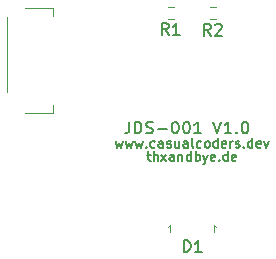
<source format=gbr>
%TF.GenerationSoftware,KiCad,Pcbnew,(6.0.8)*%
%TF.CreationDate,2022-10-30T13:45:45+01:00*%
%TF.ProjectId,001,3030312e-6b69-4636-9164-5f7063625858,rev?*%
%TF.SameCoordinates,Original*%
%TF.FileFunction,Legend,Top*%
%TF.FilePolarity,Positive*%
%FSLAX46Y46*%
G04 Gerber Fmt 4.6, Leading zero omitted, Abs format (unit mm)*
G04 Created by KiCad (PCBNEW (6.0.8)) date 2022-10-30 13:45:45*
%MOMM*%
%LPD*%
G01*
G04 APERTURE LIST*
%ADD10C,0.150000*%
%ADD11C,0.120000*%
G04 APERTURE END LIST*
D10*
X113462609Y-65338571D02*
X113614990Y-65871904D01*
X113767371Y-65490952D01*
X113919752Y-65871904D01*
X114072133Y-65338571D01*
X114300704Y-65338571D02*
X114453085Y-65871904D01*
X114605466Y-65490952D01*
X114757847Y-65871904D01*
X114910228Y-65338571D01*
X115138800Y-65338571D02*
X115291180Y-65871904D01*
X115443561Y-65490952D01*
X115595942Y-65871904D01*
X115748323Y-65338571D01*
X116053085Y-65795714D02*
X116091180Y-65833809D01*
X116053085Y-65871904D01*
X116014990Y-65833809D01*
X116053085Y-65795714D01*
X116053085Y-65871904D01*
X116776895Y-65833809D02*
X116700704Y-65871904D01*
X116548323Y-65871904D01*
X116472133Y-65833809D01*
X116434038Y-65795714D01*
X116395942Y-65719523D01*
X116395942Y-65490952D01*
X116434038Y-65414761D01*
X116472133Y-65376666D01*
X116548323Y-65338571D01*
X116700704Y-65338571D01*
X116776895Y-65376666D01*
X117462609Y-65871904D02*
X117462609Y-65452857D01*
X117424514Y-65376666D01*
X117348323Y-65338571D01*
X117195942Y-65338571D01*
X117119752Y-65376666D01*
X117462609Y-65833809D02*
X117386419Y-65871904D01*
X117195942Y-65871904D01*
X117119752Y-65833809D01*
X117081657Y-65757619D01*
X117081657Y-65681428D01*
X117119752Y-65605238D01*
X117195942Y-65567142D01*
X117386419Y-65567142D01*
X117462609Y-65529047D01*
X117805466Y-65833809D02*
X117881657Y-65871904D01*
X118034038Y-65871904D01*
X118110228Y-65833809D01*
X118148323Y-65757619D01*
X118148323Y-65719523D01*
X118110228Y-65643333D01*
X118034038Y-65605238D01*
X117919752Y-65605238D01*
X117843561Y-65567142D01*
X117805466Y-65490952D01*
X117805466Y-65452857D01*
X117843561Y-65376666D01*
X117919752Y-65338571D01*
X118034038Y-65338571D01*
X118110228Y-65376666D01*
X118834038Y-65338571D02*
X118834038Y-65871904D01*
X118491180Y-65338571D02*
X118491180Y-65757619D01*
X118529276Y-65833809D01*
X118605466Y-65871904D01*
X118719752Y-65871904D01*
X118795942Y-65833809D01*
X118834038Y-65795714D01*
X119557847Y-65871904D02*
X119557847Y-65452857D01*
X119519752Y-65376666D01*
X119443561Y-65338571D01*
X119291180Y-65338571D01*
X119214990Y-65376666D01*
X119557847Y-65833809D02*
X119481657Y-65871904D01*
X119291180Y-65871904D01*
X119214990Y-65833809D01*
X119176895Y-65757619D01*
X119176895Y-65681428D01*
X119214990Y-65605238D01*
X119291180Y-65567142D01*
X119481657Y-65567142D01*
X119557847Y-65529047D01*
X120053085Y-65871904D02*
X119976895Y-65833809D01*
X119938800Y-65757619D01*
X119938800Y-65071904D01*
X120700704Y-65833809D02*
X120624514Y-65871904D01*
X120472133Y-65871904D01*
X120395942Y-65833809D01*
X120357847Y-65795714D01*
X120319752Y-65719523D01*
X120319752Y-65490952D01*
X120357847Y-65414761D01*
X120395942Y-65376666D01*
X120472133Y-65338571D01*
X120624514Y-65338571D01*
X120700704Y-65376666D01*
X121157847Y-65871904D02*
X121081657Y-65833809D01*
X121043561Y-65795714D01*
X121005466Y-65719523D01*
X121005466Y-65490952D01*
X121043561Y-65414761D01*
X121081657Y-65376666D01*
X121157847Y-65338571D01*
X121272133Y-65338571D01*
X121348323Y-65376666D01*
X121386419Y-65414761D01*
X121424514Y-65490952D01*
X121424514Y-65719523D01*
X121386419Y-65795714D01*
X121348323Y-65833809D01*
X121272133Y-65871904D01*
X121157847Y-65871904D01*
X122110228Y-65871904D02*
X122110228Y-65071904D01*
X122110228Y-65833809D02*
X122034038Y-65871904D01*
X121881657Y-65871904D01*
X121805466Y-65833809D01*
X121767371Y-65795714D01*
X121729276Y-65719523D01*
X121729276Y-65490952D01*
X121767371Y-65414761D01*
X121805466Y-65376666D01*
X121881657Y-65338571D01*
X122034038Y-65338571D01*
X122110228Y-65376666D01*
X122795942Y-65833809D02*
X122719752Y-65871904D01*
X122567371Y-65871904D01*
X122491180Y-65833809D01*
X122453085Y-65757619D01*
X122453085Y-65452857D01*
X122491180Y-65376666D01*
X122567371Y-65338571D01*
X122719752Y-65338571D01*
X122795942Y-65376666D01*
X122834038Y-65452857D01*
X122834038Y-65529047D01*
X122453085Y-65605238D01*
X123176895Y-65871904D02*
X123176895Y-65338571D01*
X123176895Y-65490952D02*
X123214990Y-65414761D01*
X123253085Y-65376666D01*
X123329276Y-65338571D01*
X123405466Y-65338571D01*
X123634038Y-65833809D02*
X123710228Y-65871904D01*
X123862609Y-65871904D01*
X123938800Y-65833809D01*
X123976895Y-65757619D01*
X123976895Y-65719523D01*
X123938800Y-65643333D01*
X123862609Y-65605238D01*
X123748323Y-65605238D01*
X123672133Y-65567142D01*
X123634038Y-65490952D01*
X123634038Y-65452857D01*
X123672133Y-65376666D01*
X123748323Y-65338571D01*
X123862609Y-65338571D01*
X123938800Y-65376666D01*
X124319752Y-65795714D02*
X124357847Y-65833809D01*
X124319752Y-65871904D01*
X124281657Y-65833809D01*
X124319752Y-65795714D01*
X124319752Y-65871904D01*
X125043561Y-65871904D02*
X125043561Y-65071904D01*
X125043561Y-65833809D02*
X124967371Y-65871904D01*
X124814990Y-65871904D01*
X124738800Y-65833809D01*
X124700704Y-65795714D01*
X124662609Y-65719523D01*
X124662609Y-65490952D01*
X124700704Y-65414761D01*
X124738800Y-65376666D01*
X124814990Y-65338571D01*
X124967371Y-65338571D01*
X125043561Y-65376666D01*
X125729276Y-65833809D02*
X125653085Y-65871904D01*
X125500704Y-65871904D01*
X125424514Y-65833809D01*
X125386419Y-65757619D01*
X125386419Y-65452857D01*
X125424514Y-65376666D01*
X125500704Y-65338571D01*
X125653085Y-65338571D01*
X125729276Y-65376666D01*
X125767371Y-65452857D01*
X125767371Y-65529047D01*
X125386419Y-65605238D01*
X126034038Y-65338571D02*
X126224514Y-65871904D01*
X126414990Y-65338571D01*
X114599047Y-63662380D02*
X114599047Y-64376666D01*
X114551428Y-64519523D01*
X114456190Y-64614761D01*
X114313333Y-64662380D01*
X114218095Y-64662380D01*
X115075238Y-64662380D02*
X115075238Y-63662380D01*
X115313333Y-63662380D01*
X115456190Y-63710000D01*
X115551428Y-63805238D01*
X115599047Y-63900476D01*
X115646666Y-64090952D01*
X115646666Y-64233809D01*
X115599047Y-64424285D01*
X115551428Y-64519523D01*
X115456190Y-64614761D01*
X115313333Y-64662380D01*
X115075238Y-64662380D01*
X116027619Y-64614761D02*
X116170476Y-64662380D01*
X116408571Y-64662380D01*
X116503809Y-64614761D01*
X116551428Y-64567142D01*
X116599047Y-64471904D01*
X116599047Y-64376666D01*
X116551428Y-64281428D01*
X116503809Y-64233809D01*
X116408571Y-64186190D01*
X116218095Y-64138571D01*
X116122857Y-64090952D01*
X116075238Y-64043333D01*
X116027619Y-63948095D01*
X116027619Y-63852857D01*
X116075238Y-63757619D01*
X116122857Y-63710000D01*
X116218095Y-63662380D01*
X116456190Y-63662380D01*
X116599047Y-63710000D01*
X117027619Y-64281428D02*
X117789523Y-64281428D01*
X118456190Y-63662380D02*
X118551428Y-63662380D01*
X118646666Y-63710000D01*
X118694285Y-63757619D01*
X118741904Y-63852857D01*
X118789523Y-64043333D01*
X118789523Y-64281428D01*
X118741904Y-64471904D01*
X118694285Y-64567142D01*
X118646666Y-64614761D01*
X118551428Y-64662380D01*
X118456190Y-64662380D01*
X118360952Y-64614761D01*
X118313333Y-64567142D01*
X118265714Y-64471904D01*
X118218095Y-64281428D01*
X118218095Y-64043333D01*
X118265714Y-63852857D01*
X118313333Y-63757619D01*
X118360952Y-63710000D01*
X118456190Y-63662380D01*
X119408571Y-63662380D02*
X119503809Y-63662380D01*
X119599047Y-63710000D01*
X119646666Y-63757619D01*
X119694285Y-63852857D01*
X119741904Y-64043333D01*
X119741904Y-64281428D01*
X119694285Y-64471904D01*
X119646666Y-64567142D01*
X119599047Y-64614761D01*
X119503809Y-64662380D01*
X119408571Y-64662380D01*
X119313333Y-64614761D01*
X119265714Y-64567142D01*
X119218095Y-64471904D01*
X119170476Y-64281428D01*
X119170476Y-64043333D01*
X119218095Y-63852857D01*
X119265714Y-63757619D01*
X119313333Y-63710000D01*
X119408571Y-63662380D01*
X120694285Y-64662380D02*
X120122857Y-64662380D01*
X120408571Y-64662380D02*
X120408571Y-63662380D01*
X120313333Y-63805238D01*
X120218095Y-63900476D01*
X120122857Y-63948095D01*
X121741904Y-63662380D02*
X122075238Y-64662380D01*
X122408571Y-63662380D01*
X123265714Y-64662380D02*
X122694285Y-64662380D01*
X122980000Y-64662380D02*
X122980000Y-63662380D01*
X122884761Y-63805238D01*
X122789523Y-63900476D01*
X122694285Y-63948095D01*
X123694285Y-64567142D02*
X123741904Y-64614761D01*
X123694285Y-64662380D01*
X123646666Y-64614761D01*
X123694285Y-64567142D01*
X123694285Y-64662380D01*
X124360952Y-63662380D02*
X124456190Y-63662380D01*
X124551428Y-63710000D01*
X124599047Y-63757619D01*
X124646666Y-63852857D01*
X124694285Y-64043333D01*
X124694285Y-64281428D01*
X124646666Y-64471904D01*
X124599047Y-64567142D01*
X124551428Y-64614761D01*
X124456190Y-64662380D01*
X124360952Y-64662380D01*
X124265714Y-64614761D01*
X124218095Y-64567142D01*
X124170476Y-64471904D01*
X124122857Y-64281428D01*
X124122857Y-64043333D01*
X124170476Y-63852857D01*
X124218095Y-63757619D01*
X124265714Y-63710000D01*
X124360952Y-63662380D01*
X116110228Y-66452771D02*
X116414990Y-66452771D01*
X116224514Y-66186104D02*
X116224514Y-66871819D01*
X116262609Y-66948009D01*
X116338800Y-66986104D01*
X116414990Y-66986104D01*
X116681657Y-66986104D02*
X116681657Y-66186104D01*
X117024514Y-66986104D02*
X117024514Y-66567057D01*
X116986419Y-66490866D01*
X116910228Y-66452771D01*
X116795942Y-66452771D01*
X116719752Y-66490866D01*
X116681657Y-66528961D01*
X117329276Y-66986104D02*
X117748323Y-66452771D01*
X117329276Y-66452771D02*
X117748323Y-66986104D01*
X118395942Y-66986104D02*
X118395942Y-66567057D01*
X118357847Y-66490866D01*
X118281657Y-66452771D01*
X118129276Y-66452771D01*
X118053085Y-66490866D01*
X118395942Y-66948009D02*
X118319752Y-66986104D01*
X118129276Y-66986104D01*
X118053085Y-66948009D01*
X118014990Y-66871819D01*
X118014990Y-66795628D01*
X118053085Y-66719438D01*
X118129276Y-66681342D01*
X118319752Y-66681342D01*
X118395942Y-66643247D01*
X118776895Y-66452771D02*
X118776895Y-66986104D01*
X118776895Y-66528961D02*
X118814990Y-66490866D01*
X118891180Y-66452771D01*
X119005466Y-66452771D01*
X119081657Y-66490866D01*
X119119752Y-66567057D01*
X119119752Y-66986104D01*
X119843561Y-66986104D02*
X119843561Y-66186104D01*
X119843561Y-66948009D02*
X119767371Y-66986104D01*
X119614990Y-66986104D01*
X119538800Y-66948009D01*
X119500704Y-66909914D01*
X119462609Y-66833723D01*
X119462609Y-66605152D01*
X119500704Y-66528961D01*
X119538800Y-66490866D01*
X119614990Y-66452771D01*
X119767371Y-66452771D01*
X119843561Y-66490866D01*
X120224514Y-66986104D02*
X120224514Y-66186104D01*
X120224514Y-66490866D02*
X120300704Y-66452771D01*
X120453085Y-66452771D01*
X120529276Y-66490866D01*
X120567371Y-66528961D01*
X120605466Y-66605152D01*
X120605466Y-66833723D01*
X120567371Y-66909914D01*
X120529276Y-66948009D01*
X120453085Y-66986104D01*
X120300704Y-66986104D01*
X120224514Y-66948009D01*
X120872133Y-66452771D02*
X121062609Y-66986104D01*
X121253085Y-66452771D02*
X121062609Y-66986104D01*
X120986419Y-67176580D01*
X120948323Y-67214676D01*
X120872133Y-67252771D01*
X121862609Y-66948009D02*
X121786419Y-66986104D01*
X121634038Y-66986104D01*
X121557847Y-66948009D01*
X121519752Y-66871819D01*
X121519752Y-66567057D01*
X121557847Y-66490866D01*
X121634038Y-66452771D01*
X121786419Y-66452771D01*
X121862609Y-66490866D01*
X121900704Y-66567057D01*
X121900704Y-66643247D01*
X121519752Y-66719438D01*
X122243561Y-66909914D02*
X122281657Y-66948009D01*
X122243561Y-66986104D01*
X122205466Y-66948009D01*
X122243561Y-66909914D01*
X122243561Y-66986104D01*
X122967371Y-66986104D02*
X122967371Y-66186104D01*
X122967371Y-66948009D02*
X122891180Y-66986104D01*
X122738800Y-66986104D01*
X122662609Y-66948009D01*
X122624514Y-66909914D01*
X122586419Y-66833723D01*
X122586419Y-66605152D01*
X122624514Y-66528961D01*
X122662609Y-66490866D01*
X122738800Y-66452771D01*
X122891180Y-66452771D01*
X122967371Y-66490866D01*
X123653085Y-66948009D02*
X123576895Y-66986104D01*
X123424514Y-66986104D01*
X123348323Y-66948009D01*
X123310228Y-66871819D01*
X123310228Y-66567057D01*
X123348323Y-66490866D01*
X123424514Y-66452771D01*
X123576895Y-66452771D01*
X123653085Y-66490866D01*
X123691180Y-66567057D01*
X123691180Y-66643247D01*
X123310228Y-66719438D01*
%TO.C,R2*%
X121499333Y-56391480D02*
X121166000Y-55915290D01*
X120927904Y-56391480D02*
X120927904Y-55391480D01*
X121308857Y-55391480D01*
X121404095Y-55439100D01*
X121451714Y-55486719D01*
X121499333Y-55581957D01*
X121499333Y-55724814D01*
X121451714Y-55820052D01*
X121404095Y-55867671D01*
X121308857Y-55915290D01*
X120927904Y-55915290D01*
X121880285Y-55486719D02*
X121927904Y-55439100D01*
X122023142Y-55391480D01*
X122261238Y-55391480D01*
X122356476Y-55439100D01*
X122404095Y-55486719D01*
X122451714Y-55581957D01*
X122451714Y-55677195D01*
X122404095Y-55820052D01*
X121832666Y-56391480D01*
X122451714Y-56391480D01*
%TO.C,R1*%
X117943333Y-56332380D02*
X117610000Y-55856190D01*
X117371904Y-56332380D02*
X117371904Y-55332380D01*
X117752857Y-55332380D01*
X117848095Y-55380000D01*
X117895714Y-55427619D01*
X117943333Y-55522857D01*
X117943333Y-55665714D01*
X117895714Y-55760952D01*
X117848095Y-55808571D01*
X117752857Y-55856190D01*
X117371904Y-55856190D01*
X118895714Y-56332380D02*
X118324285Y-56332380D01*
X118610000Y-56332380D02*
X118610000Y-55332380D01*
X118514761Y-55475238D01*
X118419523Y-55570476D01*
X118324285Y-55618095D01*
%TO.C,D1*%
X119231904Y-74702380D02*
X119231904Y-73702380D01*
X119470000Y-73702380D01*
X119612857Y-73750000D01*
X119708095Y-73845238D01*
X119755714Y-73940476D01*
X119803333Y-74130952D01*
X119803333Y-74273809D01*
X119755714Y-74464285D01*
X119708095Y-74559523D01*
X119612857Y-74654761D01*
X119470000Y-74702380D01*
X119231904Y-74702380D01*
X120755714Y-74702380D02*
X120184285Y-74702380D01*
X120470000Y-74702380D02*
X120470000Y-73702380D01*
X120374761Y-73845238D01*
X120279523Y-73940476D01*
X120184285Y-73988095D01*
D11*
%TO.C,R2*%
X121920724Y-53957500D02*
X121411276Y-53957500D01*
X121920724Y-55002500D02*
X121411276Y-55002500D01*
%TO.C,R1*%
X117855276Y-53948400D02*
X118364724Y-53948400D01*
X117855276Y-54993400D02*
X118364724Y-54993400D01*
%TO.C,D1*%
X121770000Y-72380000D02*
X121920000Y-72580000D01*
X121770000Y-73030000D02*
X121770000Y-72380000D01*
X118040000Y-73030000D02*
X118040000Y-72380000D01*
X118040000Y-72380000D02*
X117890000Y-72580000D01*
X118520000Y-73180000D02*
G75*
G03*
X118520000Y-73180000I-50000J0D01*
G01*
%TO.C,J2*%
X104287600Y-54835100D02*
X104287600Y-61152100D01*
X105803081Y-62968600D02*
X108148400Y-62968600D01*
X108148400Y-54018500D02*
X105803081Y-54018500D01*
X108148400Y-62968600D02*
X108148400Y-62250845D01*
X108148400Y-54736255D02*
X108148400Y-54018500D01*
%TD*%
M02*

</source>
